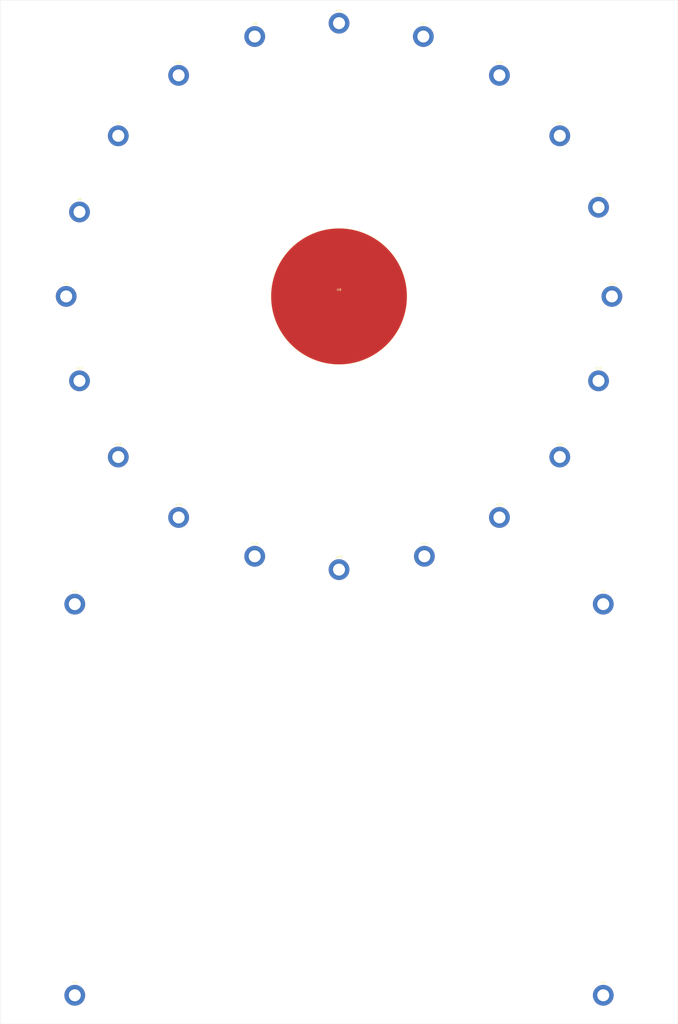
<source format=kicad_pcb>
(kicad_pcb (version 20211014) (generator pcbnew)
  (layers (0 "F.Cu" signal) (31 "B.Cu" signal) (34 "B.Paste" user) (35 "F.Paste" user) (36 "B.SilkS" user "B.Silkscreen") (37 "F.SilkS" user "F.Silkscreen") (38 "B.Mask" user) (39 "F.Mask" user) (44 "Edge.Cuts" user))
  (net 0 "")
  (footprint "MountingHole:MountingHole_5.3mm_M5_DIN965_Pad" (layer "F.Cu") (at 264.6172 91.44)
    (fp_text reference "H20" (at 0 -5.6) (layer "F.SilkS"))
    (fp_text value "MountingHole_Pad")
    (pad "1" thru_hole circle (at 0 0) (size 9.2 9.2) (drill 5.3) (layers *.Cu *.Mask))
  )
  (footprint "MountingHole:MountingHole_5.3mm_M5_DIN965_Pad" (layer "F.Cu") (at 247.4722 59.8932)
    (fp_text reference "H11" (at 0 -5.6) (layer "F.SilkS"))
    (fp_text value "MountingHole_Pad")
    (pad "1" thru_hole circle (at 0 0) (size 9.2 9.2) (drill 5.3) (layers *.Cu *.Mask))
  )
  (footprint "MountingHole:MountingHole_5.3mm_M5_DIN965_Pad" (layer "F.Cu") (at 35.1028 93.5228)
    (fp_text reference "H6" (at 0 -5.6) (layer "F.SilkS"))
    (fp_text value "MountingHole_Pad")
    (pad "1" thru_hole circle (at 0 0) (size 9.2 9.2) (drill 5.3) (layers *.Cu *.Mask))
  )
  (footprint "MountingHole:MountingHole_5.3mm_M5_DIN965_Pad" (layer "F.Cu") (at 187.1472 16.0528)
    (fp_text reference "H17" (at 0 -5.6) (layer "F.SilkS"))
    (fp_text value "MountingHole_Pad")
    (pad "1" thru_hole circle (at 0 0) (size 9.2 9.2) (drill 5.3) (layers *.Cu *.Mask))
  )
  (footprint "MountingHole:MountingHole_5.3mm_M5_DIN965_Pad" (layer "F.Cu") (at 52.2478 201.7268)
    (fp_text reference "H18" (at 0 -5.6) (layer "F.SilkS"))
    (fp_text value "MountingHole_Pad")
    (pad "1" thru_hole circle (at 0 0) (size 9.2 9.2) (drill 5.3) (layers *.Cu *.Mask))
  )
  (footprint "MountingHole:MountingHole_5.3mm_M5_DIN965_Pad" (layer "F.Cu") (at 149.86 251.46)
    (fp_text reference "H19" (at 0 -5.6) (layer "F.SilkS"))
    (fp_text value "MountingHole_Pad")
    (pad "1" thru_hole circle (at 0 0) (size 9.2 9.2) (drill 5.3) (layers *.Cu *.Mask))
  )
  (footprint "MountingHole:MountingHole_5.3mm_M5_DIN965_Pad" (layer "F.Cu") (at 270.51 130.81)
    (fp_text reference "H25" (at 0 -5.6) (layer "F.SilkS"))
    (fp_text value "MountingHole_Pad")
    (pad "1" thru_hole circle (at 0 0) (size 9.2 9.2) (drill 5.3) (layers *.Cu *.Mask))
  )
  (footprint "MountingHole:MountingHole_5.3mm_M5_DIN965_Pad" (layer "F.Cu") (at 220.7768 33.1978)
    (fp_text reference "H10" (at 0 -5.6) (layer "F.SilkS"))
    (fp_text value "MountingHole_Pad")
    (pad "1" thru_hole circle (at 0 0) (size 9.2 9.2) (drill 5.3) (layers *.Cu *.Mask))
  )
  (footprint "MountingHole:MountingHole_5.3mm_M5_DIN965_Pad" (layer "F.Cu") (at 149.86 10.16)
    (fp_text reference "H24" (at 0 -5.6) (layer "F.SilkS"))
    (fp_text value "MountingHole_Pad")
    (pad "1" thru_hole circle (at 0 0) (size 9.2 9.2) (drill 5.3) (layers *.Cu *.Mask))
  )
  (footprint "MountingHole:MountingHole_5.3mm_M5_DIN965_Pad" (layer "F.Cu") (at 33.02 266.7)
    (fp_text reference "H1" (at 0 -5.6) (layer "F.SilkS"))
    (fp_text value "MountingHole_Pad")
    (pad "1" thru_hole circle (at 0 0) (size 9.2 9.2) (drill 5.3) (layers *.Cu *.Mask))
  )
  (footprint "MountingHole:MountingHole_5.3mm_M5_DIN965_Pad" (layer "F.Cu") (at 78.9432 228.4222)
    (fp_text reference "H15" (at 0 -5.6) (layer "F.SilkS"))
    (fp_text value "MountingHole_Pad")
    (pad "1" thru_hole circle (at 0 0) (size 9.2 9.2) (drill 5.3) (layers *.Cu *.Mask))
  )
  (footprint "MountingHole:MountingHole_5.3mm_M5_DIN965_Pad" (layer "F.Cu") (at 220.7768 228.4222)
    (fp_text reference "H23" (at 0 -5.6) (layer "F.SilkS"))
    (fp_text value "MountingHole_Pad")
    (pad "1" thru_hole circle (at 0 0) (size 9.2 9.2) (drill 5.3) (layers *.Cu *.Mask))
  )
  (footprint "MountingHole:MountingHole_5.3mm_M5_DIN965_Pad" (layer "F.Cu") (at 33.02 439.42)
    (fp_text reference "H4" (at 0 -5.6) (layer "F.SilkS"))
    (fp_text value "MountingHole_Pad")
    (pad "1" thru_hole circle (at 0 0) (size 9.2 9.2) (drill 5.3) (layers *.Cu *.Mask))
  )
  (footprint "MountingHole:MountingHole_5.3mm_M5_DIN965_Pad" (layer "F.Cu") (at 35.1028 168.0972)
    (fp_text reference "H13" (at 0 -5.6) (layer "F.SilkS"))
    (fp_text value "MountingHole_Pad")
    (pad "1" thru_hole circle (at 0 0) (size 9.2 9.2) (drill 5.3) (layers *.Cu *.Mask))
  )
  (footprint "TestPoint:TestPoint_Pad_D4.0mm" (layer "F.Cu") (at 149.86 130.81)
    (fp_text reference "H9" (at 0 -2.898) (layer "F.SilkS"))
    (fp_text value "READOUT")
    (fp_circle (center 0 0) (end 30.25 0) (layer "F.SilkS") (width 0.12) (fill none))
    (pad "1" smd circle (at 0 0) (size 60 60) (layers "F.Cu" "F.Mask"))
  )
  (footprint "MountingHole:MountingHole_5.3mm_M5_DIN965_Pad" (layer "F.Cu") (at 264.6172 168.0972)
    (fp_text reference "H12" (at 0 -5.6) (layer "F.SilkS"))
    (fp_text value "MountingHole_Pad")
    (pad "1" thru_hole circle (at 0 0) (size 9.2 9.2) (drill 5.3) (layers *.Cu *.Mask))
  )
  (footprint "MountingHole:MountingHole_5.3mm_M5_DIN965_Pad" (layer "F.Cu") (at 52.2478 59.8932)
    (fp_text reference "H7" (at 0 -5.6) (layer "F.SilkS"))
    (fp_text value "MountingHole_Pad")
    (pad "1" thru_hole circle (at 0 0) (size 9.2 9.2) (drill 5.3) (layers *.Cu *.Mask))
  )
  (footprint "MountingHole:MountingHole_5.3mm_M5_DIN965_Pad" (layer "F.Cu") (at 266.7 266.7)
    (fp_text reference "H2" (at 0 -5.6) (layer "F.SilkS"))
    (fp_text value "MountingHole_Pad")
    (pad "1" thru_hole circle (at 0 0) (size 9.2 9.2) (drill 5.3) (layers *.Cu *.Mask))
  )
  (footprint "MountingHole:MountingHole_5.3mm_M5_DIN965_Pad" (layer "F.Cu") (at 112.5728 16.0528)
    (fp_text reference "H8" (at 0 -5.6) (layer "F.SilkS"))
    (fp_text value "MountingHole_Pad")
    (pad "1" thru_hole circle (at 0 0) (size 9.2 9.2) (drill 5.3) (layers *.Cu *.Mask))
  )
  (footprint "MountingHole:MountingHole_5.3mm_M5_DIN965_Pad" (layer "F.Cu") (at 29.21 130.81)
    (fp_text reference "H5" (at 0 -5.6) (layer "F.SilkS"))
    (fp_text value "MountingHole_Pad")
    (pad "1" thru_hole circle (at 0 0) (size 9.2 9.2) (drill 5.3) (layers *.Cu *.Mask))
  )
  (footprint "MountingHole:MountingHole_5.3mm_M5_DIN965_Pad" (layer "F.Cu") (at 247.4722 201.7268)
    (fp_text reference "H22" (at 0 -5.6) (layer "F.SilkS"))
    (fp_text value "MountingHole_Pad")
    (pad "1" thru_hole circle (at 0 0) (size 9.2 9.2) (drill 5.3) (layers *.Cu *.Mask))
  )
  (footprint "MountingHole:MountingHole_5.3mm_M5_DIN965_Pad" (layer "F.Cu") (at 187.6044 245.5672)
    (fp_text reference "H14" (at 0 -5.6) (layer "F.SilkS"))
    (fp_text value "MountingHole_Pad")
    (pad "1" thru_hole circle (at 0 0) (size 9.2 9.2) (drill 5.3) (layers *.Cu *.Mask))
  )
  (footprint "MountingHole:MountingHole_5.3mm_M5_DIN965_Pad" (layer "F.Cu") (at 78.9432 33.1978)
    (fp_text reference "H21" (at 0 -5.6) (layer "F.SilkS"))
    (fp_text value "MountingHole_Pad")
    (pad "1" thru_hole circle (at 0 0) (size 9.2 9.2) (drill 5.3) (layers *.Cu *.Mask))
  )
  (footprint "MountingHole:MountingHole_5.3mm_M5_DIN965_Pad" (layer "F.Cu") (at 266.7 439.42)
    (fp_text reference "H3" (at 0 -5.6) (layer "F.SilkS"))
    (fp_text value "MountingHole_Pad")
    (pad "1" thru_hole circle (at 0 0) (size 9.2 9.2) (drill 5.3) (layers *.Cu *.Mask))
  )
  (footprint "MountingHole:MountingHole_5.3mm_M5_DIN965_Pad" (layer "F.Cu") (at 112.5728 245.5672)
    (fp_text reference "H16" (at 0 -5.6) (layer "F.SilkS"))
    (fp_text value "MountingHole_Pad")
    (pad "1" thru_hole circle (at 0 0) (size 9.2 9.2) (drill 5.3) (layers *.Cu *.Mask))
  )
  (gr_line (start 299.72 452.12) (end 0 452.12) (layer "Edge.Cuts") (width 0.1))
  (gr_line (start 0 452.12) (end 0 0) (layer "Edge.Cuts") (width 0.1))
  (gr_line (start 299.72 452.12) (end 299.72 0) (layer "Edge.Cuts") (width 0.1))
  (gr_line (start 299.72 0) (end 0 0) (layer "Edge.Cuts") (width 0.1))
)
</source>
